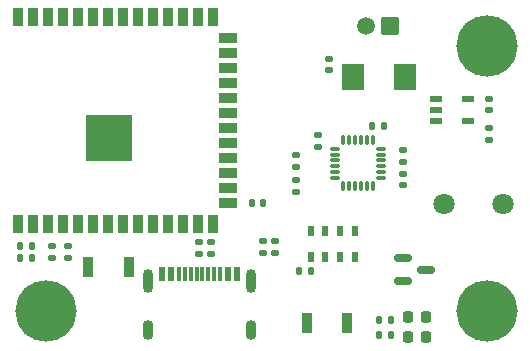
<source format=gbr>
%TF.GenerationSoftware,KiCad,Pcbnew,9.0.5*%
%TF.CreationDate,2025-11-11T23:36:27-05:00*%
%TF.ProjectId,F25,4632352e-6b69-4636-9164-5f7063625858,v1.0.1*%
%TF.SameCoordinates,Original*%
%TF.FileFunction,Soldermask,Top*%
%TF.FilePolarity,Negative*%
%FSLAX46Y46*%
G04 Gerber Fmt 4.6, Leading zero omitted, Abs format (unit mm)*
G04 Created by KiCad (PCBNEW 9.0.5) date 2025-11-11 23:36:27*
%MOMM*%
%LPD*%
G01*
G04 APERTURE LIST*
G04 Aperture macros list*
%AMRoundRect*
0 Rectangle with rounded corners*
0 $1 Rounding radius*
0 $2 $3 $4 $5 $6 $7 $8 $9 X,Y pos of 4 corners*
0 Add a 4 corners polygon primitive as box body*
4,1,4,$2,$3,$4,$5,$6,$7,$8,$9,$2,$3,0*
0 Add four circle primitives for the rounded corners*
1,1,$1+$1,$2,$3*
1,1,$1+$1,$4,$5*
1,1,$1+$1,$6,$7*
1,1,$1+$1,$8,$9*
0 Add four rect primitives between the rounded corners*
20,1,$1+$1,$2,$3,$4,$5,0*
20,1,$1+$1,$4,$5,$6,$7,0*
20,1,$1+$1,$6,$7,$8,$9,0*
20,1,$1+$1,$8,$9,$2,$3,0*%
G04 Aperture macros list end*
%ADD10RoundRect,0.140000X0.140000X0.170000X-0.140000X0.170000X-0.140000X-0.170000X0.140000X-0.170000X0*%
%ADD11RoundRect,0.140000X0.170000X-0.140000X0.170000X0.140000X-0.170000X0.140000X-0.170000X-0.140000X0*%
%ADD12RoundRect,0.075000X0.075000X-0.350000X0.075000X0.350000X-0.075000X0.350000X-0.075000X-0.350000X0*%
%ADD13RoundRect,0.075000X0.350000X0.075000X-0.350000X0.075000X-0.350000X-0.075000X0.350000X-0.075000X0*%
%ADD14C,0.600000*%
%ADD15C,5.200000*%
%ADD16R,0.900000X1.500000*%
%ADD17R,1.500000X0.900000*%
%ADD18R,3.900000X3.900000*%
%ADD19RoundRect,0.102000X-0.654000X-0.654000X0.654000X-0.654000X0.654000X0.654000X-0.654000X0.654000X0*%
%ADD20C,1.512000*%
%ADD21RoundRect,0.135000X-0.185000X0.135000X-0.185000X-0.135000X0.185000X-0.135000X0.185000X0.135000X0*%
%ADD22R,0.600000X1.160000*%
%ADD23R,0.300000X1.160000*%
%ADD24O,0.900000X2.000000*%
%ADD25O,0.900000X1.700000*%
%ADD26RoundRect,0.140000X-0.140000X-0.170000X0.140000X-0.170000X0.140000X0.170000X-0.140000X0.170000X0*%
%ADD27RoundRect,0.218750X0.218750X0.256250X-0.218750X0.256250X-0.218750X-0.256250X0.218750X-0.256250X0*%
%ADD28RoundRect,0.140000X-0.170000X0.140000X-0.170000X-0.140000X0.170000X-0.140000X0.170000X0.140000X0*%
%ADD29R,1.955800X2.260600*%
%ADD30C,1.800000*%
%ADD31R,0.550000X0.950000*%
%ADD32RoundRect,0.150000X-0.587500X-0.150000X0.587500X-0.150000X0.587500X0.150000X-0.587500X0.150000X0*%
%ADD33R,0.900000X1.700000*%
%ADD34R,1.003300X0.508000*%
%ADD35RoundRect,0.135000X0.185000X-0.135000X0.185000X0.135000X-0.185000X0.135000X-0.185000X-0.135000X0*%
G04 APERTURE END LIST*
D10*
%TO.C,C9*%
X161900000Y-108150000D03*
X160940000Y-108150000D03*
%TD*%
D11*
%TO.C,R2*%
X160700000Y-101380000D03*
X160700000Y-100420000D03*
%TD*%
D12*
%TO.C,U2*%
X164650000Y-100950000D03*
X165150000Y-100950000D03*
X165650000Y-100950000D03*
X166150000Y-100950000D03*
X166650000Y-100950000D03*
X167150000Y-100950000D03*
D13*
X167850000Y-100250000D03*
X167850000Y-99750000D03*
X167850000Y-99250000D03*
X167850000Y-98750000D03*
X167850000Y-98250000D03*
X167850000Y-97750000D03*
D12*
X167150000Y-97050000D03*
X166650000Y-97050000D03*
X166150000Y-97050000D03*
X165650000Y-97050000D03*
X165150000Y-97050000D03*
X164650000Y-97050000D03*
D13*
X163950000Y-97750000D03*
X163950000Y-98250000D03*
X163950000Y-98750000D03*
X163950000Y-99250000D03*
X163950000Y-99750000D03*
X163950000Y-100250000D03*
%TD*%
D14*
%TO.C,H3*%
X137500000Y-111500000D03*
X138090000Y-110090000D03*
X138090000Y-112910000D03*
D15*
X139470000Y-111465000D03*
D14*
X139500000Y-109500000D03*
X139500000Y-113500000D03*
X140910000Y-110090000D03*
X140910000Y-112910000D03*
X141500000Y-111500000D03*
%TD*%
D16*
%TO.C,U4*%
X137130000Y-104100000D03*
X138400000Y-104100000D03*
X139670000Y-104100000D03*
X140940000Y-104100000D03*
X142210000Y-104100000D03*
X143480000Y-104100000D03*
X144750000Y-104100000D03*
X146020000Y-104100000D03*
X147290000Y-104100000D03*
X148560000Y-104100000D03*
X149830000Y-104100000D03*
X151100000Y-104100000D03*
X152370000Y-104100000D03*
X153640000Y-104100000D03*
D17*
X154890000Y-102335000D03*
X154890000Y-101065000D03*
X154890000Y-99795000D03*
X154890000Y-98525000D03*
X154890000Y-97255000D03*
X154890000Y-95985000D03*
X154890000Y-94715000D03*
X154890000Y-93445000D03*
X154890000Y-92175000D03*
X154890000Y-90905000D03*
X154890000Y-89635000D03*
X154890000Y-88365000D03*
D16*
X153640000Y-86600000D03*
X152370000Y-86600000D03*
X151100000Y-86600000D03*
X149830000Y-86600000D03*
X148560000Y-86600000D03*
X147290000Y-86600000D03*
X146020000Y-86600000D03*
X144750000Y-86600000D03*
X143480000Y-86600000D03*
X142210000Y-86600000D03*
X140940000Y-86600000D03*
X139670000Y-86600000D03*
X138400000Y-86600000D03*
X137130000Y-86600000D03*
D14*
X144150000Y-98250000D03*
X145550000Y-98250000D03*
X143450000Y-97550000D03*
X144850000Y-97550000D03*
X146250000Y-97550000D03*
X144150000Y-96850000D03*
D18*
X144850000Y-96850000D03*
D14*
X145550000Y-96850000D03*
X143450000Y-96150000D03*
X144850000Y-96150000D03*
X146250000Y-96150000D03*
X144150000Y-95450000D03*
X145550000Y-95450000D03*
%TD*%
D19*
%TO.C,J3*%
X168600000Y-87350000D03*
D20*
X166600000Y-87350000D03*
%TD*%
D21*
%TO.C,R6*%
X158900000Y-105580002D03*
X158900000Y-106600000D03*
%TD*%
D22*
%TO.C,J4*%
X149300000Y-108390000D03*
X150100000Y-108390000D03*
D23*
X151250000Y-108390000D03*
X152250000Y-108390000D03*
X152750000Y-108390000D03*
X153750000Y-108390000D03*
D22*
X154900000Y-108390000D03*
X155700000Y-108390000D03*
X155700000Y-108390000D03*
X154900000Y-108390000D03*
D23*
X154250000Y-108390000D03*
X153250000Y-108390000D03*
X151750000Y-108390000D03*
X150750000Y-108390000D03*
D22*
X150100000Y-108390000D03*
X149300000Y-108390000D03*
D24*
X148180000Y-108970000D03*
D25*
X148180000Y-113140000D03*
D24*
X156820000Y-108970000D03*
D25*
X156820000Y-113140000D03*
%TD*%
D26*
%TO.C,R7*%
X167720000Y-112300000D03*
X168680000Y-112300000D03*
%TD*%
%TO.C,R5*%
X156920000Y-102335000D03*
X157880000Y-102335000D03*
%TD*%
%TO.C,C1*%
X137320000Y-106000000D03*
X138280000Y-106000000D03*
%TD*%
D27*
%TO.C,D1*%
X171687501Y-113700000D03*
X170112499Y-113700000D03*
%TD*%
D28*
%TO.C,R3*%
X160700000Y-98320000D03*
X160700000Y-99280000D03*
%TD*%
D29*
%TO.C,CR1*%
X169871700Y-91700000D03*
X165528300Y-91700000D03*
%TD*%
D30*
%TO.C,LS1*%
X178199990Y-102400000D03*
X173200010Y-102400000D03*
%TD*%
D31*
%TO.C,U1*%
X161900000Y-106900000D03*
X163150000Y-106900000D03*
X164400000Y-106900000D03*
X165650000Y-106900000D03*
X165650000Y-104750000D03*
X164400000Y-104750000D03*
X163150000Y-104750000D03*
X161900000Y-104750000D03*
%TD*%
D32*
%TO.C,Q1*%
X169762500Y-107050000D03*
X169762500Y-108950000D03*
X171637500Y-108000000D03*
%TD*%
D11*
%TO.C,C7*%
X169719999Y-98850000D03*
X169719999Y-97890000D03*
%TD*%
D26*
%TO.C,R1*%
X167720000Y-113500000D03*
X168680000Y-113500000D03*
%TD*%
D33*
%TO.C,SW1*%
X146500001Y-107800000D03*
X143099999Y-107800000D03*
%TD*%
D14*
%TO.C,H1*%
X174900000Y-89100000D03*
X175490000Y-87690000D03*
X175490000Y-90510000D03*
D15*
X176870000Y-89065000D03*
D14*
X176900000Y-87100000D03*
X176900000Y-91100000D03*
X178310000Y-87690000D03*
X178310000Y-90510000D03*
X178900000Y-89100000D03*
%TD*%
D28*
%TO.C,R11*%
X140000000Y-106020000D03*
X140000000Y-106980000D03*
%TD*%
%TO.C,C3*%
X141400000Y-106020000D03*
X141400000Y-106980000D03*
%TD*%
%TO.C,C11*%
X177000000Y-93520000D03*
X177000000Y-94480000D03*
%TD*%
D34*
%TO.C,U5*%
X172547450Y-93549999D03*
X172547450Y-94500000D03*
X172547450Y-95450001D03*
X175252550Y-95450001D03*
X175252550Y-93549999D03*
%TD*%
D28*
%TO.C,R4*%
X177000000Y-96020000D03*
X177000000Y-96980000D03*
%TD*%
%TO.C,C4*%
X169719999Y-99890000D03*
X169719999Y-100850000D03*
%TD*%
D35*
%TO.C,R16*%
X153500000Y-106709999D03*
X153500000Y-105690001D03*
%TD*%
D33*
%TO.C,SW2*%
X165000001Y-112500000D03*
X161599999Y-112500000D03*
%TD*%
D26*
%TO.C,C2*%
X137320000Y-107000000D03*
X138280000Y-107000000D03*
%TD*%
D11*
%TO.C,C10*%
X163500000Y-91100000D03*
X163500000Y-90140000D03*
%TD*%
D35*
%TO.C,R12*%
X157900000Y-106609999D03*
X157900000Y-105590001D03*
%TD*%
D11*
%TO.C,C6*%
X162500000Y-97580000D03*
X162500000Y-96620000D03*
%TD*%
D27*
%TO.C,D2*%
X171687501Y-112000000D03*
X170112499Y-112000000D03*
%TD*%
D10*
%TO.C,C5*%
X168080000Y-95800000D03*
X167120000Y-95800000D03*
%TD*%
D14*
%TO.C,H2*%
X174900000Y-111500000D03*
X175490000Y-110090000D03*
X175490000Y-112910000D03*
D15*
X176870000Y-111465000D03*
D14*
X176900000Y-109500000D03*
X176900000Y-113500000D03*
X178310000Y-110090000D03*
X178310000Y-112910000D03*
X178900000Y-111500000D03*
%TD*%
D35*
%TO.C,R17*%
X152500000Y-106709999D03*
X152500000Y-105690001D03*
%TD*%
M02*

</source>
